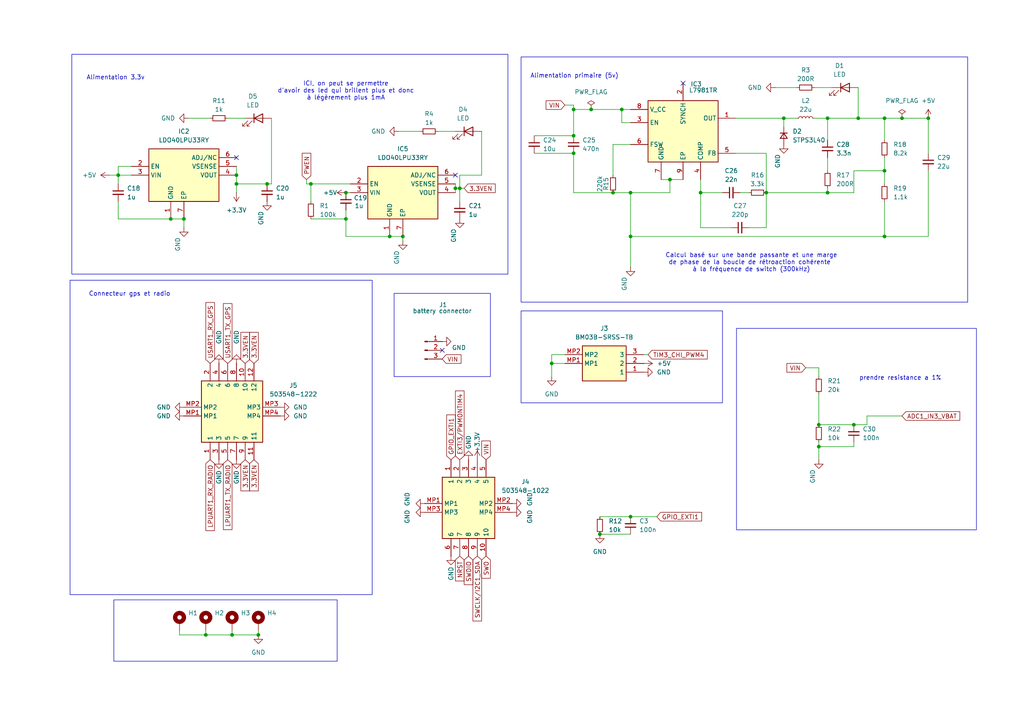
<source format=kicad_sch>
(kicad_sch (version 20231120) (generator "eeschema") (generator_version "8.0")
  (paper "A4")
  (lib_symbols
    (symbol "5035481022:503548-1022"
      (property "Reference" "J" (at 21.59 12.7 0))
      (property "Value" "503548-1022" (at 21.59 10.16 0))
      (symbol "503548-1022_1_1"
        (rectangle (start 5.08 7.62) (end 20.32 -10.16) (stroke (width 0.254)) (fill (type background)))
        (pin passive line (at 7.62 12.7 270) (length 5.08) (name "1") (number "1"))
        (pin passive line (at 17.78 -15.24 90) (length 5.08) (name "10") (number "10"))
        (pin passive line (at 10.16 12.7 270) (length 5.08) (name "2") (number "2"))
        (pin passive line (at 12.7 12.7 270) (length 5.08) (name "3") (number "3"))
        (pin passive line (at 15.24 12.7 270) (length 5.08) (name "4") (number "4"))
        (pin passive line (at 17.78 12.7 270) (length 5.08) (name "5") (number "5"))
        (pin passive line (at 7.62 -15.24 90) (length 5.08) (name "6") (number "6"))
        (pin passive line (at 10.16 -15.24 90) (length 5.08) (name "7") (number "7"))
        (pin passive line (at 12.7 -15.24 90) (length 5.08) (name "8") (number "8"))
        (pin passive line (at 15.24 -15.24 90) (length 5.08) (name "9") (number "9"))
        (pin passive line (at 0 0 0) (length 5.08) (name "MP1") (number "MP1"))
        (pin passive line (at 25.4 0 180) (length 5.08) (name "MP2") (number "MP2"))
        (pin passive line (at 0 -2.54 0) (length 5.08) (name "MP3") (number "MP3"))
        (pin passive line (at 25.4 -2.54 180) (length 5.08) (name "MP4") (number "MP4"))
      )
    )
    (symbol "5035481222:503548-1222"
      (property "Reference" "J" (at 24.13 12.7 0))
      (property "Value" "503548-1222" (at 24.13 10.16 0))
      (symbol "503548-1222_1_1"
        (rectangle (start 5.08 7.62) (end 22.86 -10.16) (stroke (width 0.254)) (fill (type background)))
        (pin passive line (at 7.62 -15.24 90) (length 5.08) (name "1") (number "1"))
        (pin passive line (at 17.78 12.7 270) (length 5.08) (name "10") (number "10"))
        (pin passive line (at 20.32 -15.24 90) (length 5.08) (name "11") (number "11"))
        (pin passive line (at 20.32 12.7 270) (length 5.08) (name "12") (number "12"))
        (pin passive line (at 7.62 12.7 270) (length 5.08) (name "2") (number "2"))
        (pin passive line (at 10.16 -15.24 90) (length 5.08) (name "3") (number "3"))
        (pin passive line (at 10.16 12.7 270) (length 5.08) (name "4") (number "4"))
        (pin passive line (at 12.7 -15.24 90) (length 5.08) (name "5") (number "5"))
        (pin passive line (at 12.7 12.7 270) (length 5.08) (name "6") (number "6"))
        (pin passive line (at 15.24 -15.24 90) (length 5.08) (name "7") (number "7"))
        (pin passive line (at 15.24 12.7 270) (length 5.08) (name "8") (number "8"))
        (pin passive line (at 17.78 -15.24 90) (length 5.08) (name "9") (number "9"))
        (pin passive line (at 0 -2.54 0) (length 5.08) (name "MP1") (number "MP1"))
        (pin passive line (at 0 0 0) (length 5.08) (name "MP2") (number "MP2"))
        (pin passive line (at 27.94 0 180) (length 5.08) (name "MP3") (number "MP3"))
        (pin passive line (at 27.94 -2.54 180) (length 5.08) (name "MP4") (number "MP4"))
      )
    )
    (symbol "Connector:Conn_01x03_Pin" (pin_names (offset 1.016) hide)
      (property "Reference" "J" (at 0 5.08 0))
      (property "Value" "Conn_01x03_Pin" (at 0 -5.08 0))
      (symbol "Conn_01x03_Pin_1_1"
        (polyline (pts (xy 1.27 -2.54) (xy 0.8636 -2.54)) (stroke (width 0.1524)))
        (polyline (pts (xy 1.27 0) (xy 0.8636 0)) (stroke (width 0.1524)))
        (polyline (pts (xy 1.27 2.54) (xy 0.8636 2.54)) (stroke (width 0.1524)))
        (rectangle (start 0.8636 -2.413) (end 0 -2.667) (stroke (width 0.1524)) (fill (type outline)))
        (rectangle (start 0.8636 0.127) (end 0 -0.127) (stroke (width 0.1524)) (fill (type outline)))
        (rectangle (start 0.8636 2.667) (end 0 2.413) (stroke (width 0.1524)) (fill (type outline)))
        (pin passive line (at 5.08 2.54 180) (length 3.81) (name "Pin_1") (number "1"))
        (pin passive line (at 5.08 0 180) (length 3.81) (name "Pin_2") (number "2"))
        (pin passive line (at 5.08 -2.54 180) (length 3.81) (name "Pin_3") (number "3"))
      )
    )
    (symbol "Device:C_Small" (pin_numbers hide) (pin_names (offset 0.254) hide)
      (property "Reference" "C" (at 0.254 1.778 0))
      (property "Value" "C_Small" (at 0.254 -2.032 0))
      (symbol "C_Small_0_1"
        (polyline (pts (xy -1.524 -0.508) (xy 1.524 -0.508)) (stroke (width 0.3302)))
        (polyline (pts (xy -1.524 0.508) (xy 1.524 0.508)) (stroke (width 0.3048)))
      )
      (symbol "C_Small_1_1"
        (pin passive line (at 0 2.54 270) (length 2.032) (name "~") (number "1"))
        (pin passive line (at 0 -2.54 90) (length 2.032) (name "~") (number "2"))
      )
    )
    (symbol "Device:D_Small" (pin_numbers hide) (pin_names (offset 0.254) hide)
      (property "Reference" "D" (at -1.27 2.032 0))
      (property "Value" "D_Small" (at -3.81 -2.032 0))
      (symbol "D_Small_0_1"
        (polyline (pts (xy -0.762 -1.016) (xy -0.762 1.016)) (stroke (width 0.254)))
        (polyline (pts (xy -0.762 0) (xy 0.762 0)))
        (polyline (pts (xy 0.762 -1.016) (xy -0.762 0) (xy 0.762 1.016) (xy 0.762 -1.016)) (stroke (width 0.254)))
      )
      (symbol "D_Small_1_1"
        (pin passive line (at -2.54 0 0) (length 1.778) (name "K") (number "1"))
        (pin passive line (at 2.54 0 180) (length 1.778) (name "A") (number "2"))
      )
    )
    (symbol "Device:LED" (pin_numbers hide) (pin_names (offset 1.016) hide)
      (property "Reference" "D" (at 0 2.54 0))
      (property "Value" "LED" (at 0 -2.54 0))
      (symbol "LED_0_1"
        (polyline (pts (xy -1.27 -1.27) (xy -1.27 1.27)) (stroke (width 0.254)))
        (polyline (pts (xy -1.27 0) (xy 1.27 0)))
        (polyline (pts (xy 1.27 -1.27) (xy 1.27 1.27) (xy -1.27 0) (xy 1.27 -1.27)) (stroke (width 0.254)))
        (polyline (pts (xy -3.048 -0.762) (xy -4.572 -2.286) (xy -3.81 -2.286) (xy -4.572 -2.286) (xy -4.572 -1.524)))
        (polyline (pts (xy -1.778 -0.762) (xy -3.302 -2.286) (xy -2.54 -2.286) (xy -3.302 -2.286) (xy -3.302 -1.524)))
      )
      (symbol "LED_1_1"
        (pin passive line (at -3.81 0 0) (length 2.54) (name "K") (number "1"))
        (pin passive line (at 3.81 0 180) (length 2.54) (name "A") (number "2"))
      )
    )
    (symbol "Device:L_Small" (pin_numbers hide) (pin_names (offset 0.254) hide)
      (property "Reference" "L" (at 0.762 1.016 0))
      (property "Value" "L_Small" (at 0.762 -1.016 0))
      (symbol "L_Small_0_1"
        (arc (start 0 -2.032) (mid 0.5058 -1.524) (end 0 -1.016))
        (arc (start 0 -1.016) (mid 0.5058 -0.508) (end 0 0))
        (arc (start 0 0) (mid 0.5058 0.508) (end 0 1.016))
        (arc (start 0 1.016) (mid 0.5058 1.524) (end 0 2.032))
      )
      (symbol "L_Small_1_1"
        (pin passive line (at 0 2.54 270) (length 0.508) (name "~") (number "1"))
        (pin passive line (at 0 -2.54 90) (length 0.508) (name "~") (number "2"))
      )
    )
    (symbol "Device:R_Small" (pin_numbers hide) (pin_names (offset 0.254) hide)
      (property "Reference" "R" (at 0.762 0.508 0))
      (property "Value" "R_Small" (at 0.762 -1.016 0))
      (symbol "R_Small_0_1"
        (rectangle (start -0.762 1.778) (end 0.762 -1.778) (stroke (width 0.2032)))
      )
      (symbol "R_Small_1_1"
        (pin passive line (at 0 2.54 270) (length 0.762) (name "~") (number "1"))
        (pin passive line (at 0 -2.54 90) (length 0.762) (name "~") (number "2"))
      )
    )
    (symbol "L7981TR_1"
      (property "Reference" "IC" (at 26.67 7.62 0))
      (property "Value" "L7981TR" (at 26.67 5.08 0))
      (symbol "L7981TR_1_1_1"
        (rectangle (start 5.08 2.54) (end 25.4 -15.24) (stroke (width 0.254)) (fill (type background)))
        (pin passive line (at 30.48 -2.54 180) (length 5.08) (name "OUT") (number "1"))
        (pin passive line (at 15.24 7.62 270) (length 5.08) (name "SYNCH") (number "2"))
        (pin passive line (at 0 -3.81 0) (length 5.08) (name "EN") (number "3"))
        (pin passive line (at 20.32 -20.32 90) (length 5.08) (name "COMP") (number "4"))
        (pin passive line (at 30.48 -12.7 180) (length 5.08) (name "FB") (number "5"))
        (pin passive line (at 0 -10.16 0) (length 5.08) (name "FSW") (number "6"))
        (pin passive line (at 8.89 -20.32 90) (length 5.08) (name "GND") (number "7"))
        (pin passive line (at 0 0 0) (length 5.08) (name "V_CC") (number "8"))
        (pin passive line (at 15.24 -20.32 90) (length 5.08) (name "EP") (number "9"))
      )
    )
    (symbol "LD040PURY:LDO40LPU33RY"
      (property "Reference" "IC5" (at 15.24 7.62 0))
      (property "Value" "LDO40LPU33RY" (at 15.24 5.08 0))
      (symbol "LDO40LPU33RY_1_1"
        (rectangle (start 5.08 2.54) (end 25.4 -12.7) (stroke (width 0.254)) (fill (type background)))
        (pin passive line (at 11.43 -17.78 90) (length 5.08) (name "GND") (number "1"))
        (pin passive line (at 0 -2.54 0) (length 5.08) (name "EN") (number "2"))
        (pin passive line (at 0 -5.08 0) (length 5.08) (name "VIN") (number "3"))
        (pin passive line (at 30.48 -5.08 180) (length 5.08) (name "VOUT") (number "4"))
        (pin passive line (at 30.48 -2.54 180) (length 5.08) (name "VSENSE") (number "5"))
        (pin passive line (at 30.48 0 180) (length 5.08) (name "ADJ/NC") (number "6"))
        (pin passive line (at 15.24 -17.78 90) (length 5.08) (name "EP") (number "7"))
      )
    )
    (symbol "LDO40LPU33RY_1"
      (property "Reference" "IC2" (at 15.24 7.62 0))
      (property "Value" "LDO40LPU33RY" (at 15.24 5.08 0))
      (symbol "LDO40LPU33RY_1_1_1"
        (rectangle (start 5.08 2.54) (end 25.4 -12.7) (stroke (width 0.254)) (fill (type background)))
        (pin passive line (at 11.43 -17.78 90) (length 5.08) (name "GND") (number "1"))
        (pin passive line (at 0 -2.54 0) (length 5.08) (name "EN") (number "2"))
        (pin passive line (at 0 -5.08 0) (length 5.08) (name "VIN") (number "3"))
        (pin passive line (at 30.48 -5.08 180) (length 5.08) (name "VOUT") (number "4"))
        (pin passive line (at 30.48 -2.54 180) (length 5.08) (name "VSENSE") (number "5"))
        (pin passive line (at 30.48 0 180) (length 5.08) (name "ADJ/NC") (number "6"))
        (pin passive line (at 15.24 -17.78 90) (length 5.08) (name "EP") (number "7"))
      )
    )
    (symbol "Mechanical:MountingHole_Pad" (pin_numbers hide) (pin_names (offset 1.016) hide) (exclude_from_sim yes) (in_bom no)
      (property "Reference" "H" (at 0 6.35 0))
      (property "Value" "MountingHole_Pad" (at 0 4.445 0))
      (symbol "MountingHole_Pad_0_1"
        (circle (center 0 1.27) (radius 1.27) (stroke (width 1.27)))
      )
      (symbol "MountingHole_Pad_1_1"
        (pin input line (at 0 -2.54 90) (length 2.54) (name "1") (number "1"))
      )
    )
    (symbol "power:+3.3V" (power) (pin_numbers hide) (pin_names (offset 0) hide)
      (property "Value" "+3.3V" (at 0 3.556 0))
      (symbol "+3.3V_0_1"
        (polyline (pts (xy -0.762 1.27) (xy 0 2.54)))
        (polyline (pts (xy 0 0) (xy 0 2.54)))
        (polyline (pts (xy 0 2.54) (xy 0.762 1.27)))
      )
      (symbol "+3.3V_1_1"
        (pin power_in line (at 0 0 90) (length 0) (name "~") (number "1"))
      )
    )
    (symbol "power:+5V" (power) (pin_numbers hide) (pin_names (offset 0) hide)
      (property "Value" "+5V" (at 0 3.556 0))
      (symbol "+5V_0_1"
        (polyline (pts (xy -0.762 1.27) (xy 0 2.54)))
        (polyline (pts (xy 0 0) (xy 0 2.54)))
        (polyline (pts (xy 0 2.54) (xy 0.762 1.27)))
      )
      (symbol "+5V_1_1"
        (pin power_in line (at 0 0 90) (length 0) (name "~") (number "1"))
      )
    )
    (symbol "power:GND" (power) (pin_numbers hide) (pin_names (offset 0) hide)
      (property "Value" "GND" (at 0 -3.81 0))
      (symbol "GND_0_1"
        (polyline (pts (xy 0 0) (xy 0 -1.27) (xy 1.27 -1.27) (xy 0 -2.54) (xy -1.27 -1.27) (xy 0 -1.27)))
      )
      (symbol "GND_1_1"
        (pin power_in line (at 0 0 270) (length 0) (name "~") (number "1"))
      )
    )
    (symbol "power:PWR_FLAG" (power) (pin_numbers hide) (pin_names (offset 0) hide)
      (property "Value" "PWR_FLAG" (at 0 3.81 0))
      (symbol "PWR_FLAG_0_0"
        (pin power_out line (at 0 0 90) (length 0) (name "~") (number "1"))
      )
      (symbol "PWR_FLAG_0_1"
        (polyline (pts (xy 0 0) (xy 0 1.27) (xy -1.016 1.905) (xy 0 2.54) (xy 1.016 1.905) (xy 0 1.27)))
      )
    )
    (symbol "sm03B:BM03B-SRSS-TB"
      (property "Reference" "J" (at 19.05 7.62 0))
      (property "Value" "BM03B-SRSS-TB" (at 19.05 5.08 0))
      (symbol "BM03B-SRSS-TB_1_1"
        (rectangle (start 5.08 2.54) (end 17.78 -7.62) (stroke (width 0.254)) (fill (type background)))
        (pin passive line (at 22.86 -5.08 180) (length 5.08) (name "1") (number "1"))
        (pin passive line (at 22.86 -2.54 180) (length 5.08) (name "2") (number "2"))
        (pin passive line (at 22.86 0 180) (length 5.08) (name "3") (number "3"))
        (pin passive line (at 0 -2.54 0) (length 5.08) (name "MP1") (number "MP1"))
        (pin passive line (at 0 0 0) (length 5.08) (name "MP2") (number "MP2"))
      )
    )
  )
  (junction (at 68.58 53.34))
  (junction (at 171.45 31.75))
  (junction (at 77.47 53.34))
  (junction (at 166.37 39.37))
  (junction (at 240.03 55.88))
  (junction (at 180.34 31.75))
  (junction (at 222.25 55.88))
  (junction (at 166.37 31.75))
  (junction (at 90.17 53.34))
  (junction (at 160.02 105.41))
  (junction (at 237.49 123.19))
  (junction (at 67.31 184.15))
  (junction (at 100.33 55.88))
  (junction (at 194.31 52.07))
  (junction (at 34.29 50.8))
  (junction (at 248.92 34.29))
  (junction (at 166.37 44.45))
  (junction (at 256.54 49.53))
  (junction (at 100.33 63.5))
  (junction (at 240.03 34.29))
  (junction (at 173.99 154.94))
  (junction (at 182.88 68.58))
  (junction (at 182.88 55.88))
  (junction (at 132.08 54.61))
  (junction (at 49.53 63.5))
  (junction (at 182.88 149.86))
  (junction (at 269.24 34.29))
  (junction (at 59.69 184.15))
  (junction (at 133.35 54.61))
  (junction (at 227.33 34.29))
  (junction (at 177.8 55.88))
  (junction (at 256.54 34.29))
  (junction (at 256.54 68.58))
  (junction (at 237.49 129.54))
  (junction (at 116.84 68.58))
  (junction (at 53.34 63.5))
  (junction (at 247.65 123.19))
  (junction (at 113.03 68.58))
  (junction (at 261.62 34.29))
  (junction (at 203.2 55.88))
  (junction (at 74.93 184.15))
  (junction (at 68.58 50.8))
  (no_connect (at 68.58 45.72))
  (no_connect (at 128.27 101.6))
  (no_connect (at 132.08 50.8))
  (no_connect (at 198.12 24.13))
  (wire (pts (xy 247.65 55.88) (xy 247.65 49.53)))
  (wire (pts (xy 133.35 54.61) (xy 134.62 54.61)))
  (wire (pts (xy 173.99 149.86) (xy 182.88 149.86)))
  (wire (pts (xy 237.49 106.68) (xy 233.68 106.68)))
  (wire (pts (xy 177.8 41.91) (xy 177.8 50.8)))
  (wire (pts (xy 251.46 120.65) (xy 251.46 123.19)))
  (wire (pts (xy 247.65 49.53) (xy 256.54 49.53)))
  (wire (pts (xy 240.03 34.29) (xy 240.03 40.64)))
  (wire (pts (xy 236.22 25.4) (xy 241.3 25.4)))
  (wire (pts (xy 160.02 105.41) (xy 163.83 105.41)))
  (wire (pts (xy 132.08 54.61) (xy 133.35 54.61)))
  (wire (pts (xy 191.77 52.07) (xy 194.31 52.07)))
  (wire (pts (xy 237.49 128.27) (xy 237.49 129.54)))
  (wire (pts (xy 34.29 50.8) (xy 38.1 50.8)))
  (wire (pts (xy 182.88 35.56) (xy 180.34 35.56)))
  (wire (pts (xy 166.37 30.48) (xy 163.83 30.48)))
  (wire (pts (xy 31.75 50.8) (xy 34.29 50.8)))
  (wire (pts (xy 237.49 109.22) (xy 237.49 106.68)))
  (wire (pts (xy 222.25 44.45) (xy 222.25 55.88)))
  (wire (pts (xy 52.07 184.15) (xy 52.07 182.88)))
  (wire (pts (xy 248.92 34.29) (xy 240.03 34.29)))
  (wire (pts (xy 182.88 41.91) (xy 177.8 41.91)))
  (wire (pts (xy 133.35 54.61) (xy 133.35 58.42)))
  (wire (pts (xy 67.31 184.15) (xy 74.93 184.15)))
  (wire (pts (xy 261.62 34.29) (xy 256.54 34.29)))
  (wire (pts (xy 180.34 31.75) (xy 171.45 31.75)))
  (wire (pts (xy 222.25 55.88) (xy 240.03 55.88)))
  (wire (pts (xy 182.88 77.47) (xy 182.88 68.58)))
  (wire (pts (xy 139.7 38.1) (xy 139.7 50.8)))
  (wire (pts (xy 54.61 34.29) (xy 60.96 34.29)))
  (wire (pts (xy 100.33 60.96) (xy 100.33 63.5)))
  (wire (pts (xy 194.31 52.07) (xy 198.12 52.07)))
  (wire (pts (xy 194.31 55.88) (xy 194.31 52.07)))
  (wire (pts (xy 163.83 102.87) (xy 160.02 102.87)))
  (wire (pts (xy 203.2 55.88) (xy 209.55 55.88)))
  (wire (pts (xy 59.69 184.15) (xy 59.69 182.88)))
  (wire (pts (xy 139.7 50.8) (xy 133.35 50.8)))
  (wire (pts (xy 269.24 34.29) (xy 261.62 34.29)))
  (wire (pts (xy 160.02 102.87) (xy 160.02 105.41)))
  (wire (pts (xy 68.58 48.26) (xy 68.58 50.8)))
  (wire (pts (xy 213.36 44.45) (xy 222.25 44.45)))
  (wire (pts (xy 53.34 66.04) (xy 53.34 63.5)))
  (wire (pts (xy 154.94 39.37) (xy 166.37 39.37)))
  (wire (pts (xy 237.49 129.54) (xy 237.49 133.35)))
  (wire (pts (xy 256.54 58.42) (xy 256.54 68.58)))
  (wire (pts (xy 203.2 66.04) (xy 203.2 55.88)))
  (wire (pts (xy 182.88 68.58) (xy 182.88 55.88)))
  (wire (pts (xy 256.54 68.58) (xy 269.24 68.58)))
  (wire (pts (xy 173.99 154.94) (xy 182.88 154.94)))
  (wire (pts (xy 227.33 34.29) (xy 227.33 36.83)))
  (wire (pts (xy 100.33 68.58) (xy 113.03 68.58)))
  (wire (pts (xy 68.58 53.34) (xy 68.58 55.88)))
  (wire (pts (xy 34.29 58.42) (xy 34.29 63.5)))
  (wire (pts (xy 133.35 50.8) (xy 133.35 54.61)))
  (wire (pts (xy 240.03 55.88) (xy 240.03 54.61)))
  (wire (pts (xy 100.33 55.88) (xy 101.6 55.88)))
  (wire (pts (xy 166.37 31.75) (xy 166.37 39.37)))
  (wire (pts (xy 247.65 128.27) (xy 247.65 129.54)))
  (wire (pts (xy 237.49 114.3) (xy 237.49 123.19)))
  (wire (pts (xy 113.03 68.58) (xy 116.84 68.58)))
  (wire (pts (xy 74.93 182.88) (xy 74.93 184.15)))
  (wire (pts (xy 116.84 69.85) (xy 116.84 68.58)))
  (wire (pts (xy 212.09 66.04) (xy 203.2 66.04)))
  (wire (pts (xy 171.45 31.75) (xy 166.37 31.75)))
  (wire (pts (xy 59.69 184.15) (xy 67.31 184.15)))
  (wire (pts (xy 256.54 68.58) (xy 182.88 68.58)))
  (wire (pts (xy 67.31 182.88) (xy 67.31 184.15)))
  (wire (pts (xy 182.88 55.88) (xy 194.31 55.88)))
  (wire (pts (xy 166.37 30.48) (xy 166.37 31.75)))
  (wire (pts (xy 240.03 55.88) (xy 247.65 55.88)))
  (wire (pts (xy 68.58 50.8) (xy 68.58 53.34)))
  (wire (pts (xy 90.17 53.34) (xy 101.6 53.34)))
  (wire (pts (xy 132.08 53.34) (xy 132.08 54.61)))
  (wire (pts (xy 203.2 55.88) (xy 203.2 52.07)))
  (wire (pts (xy 49.53 63.5) (xy 53.34 63.5)))
  (wire (pts (xy 182.88 31.75) (xy 180.34 31.75)))
  (wire (pts (xy 52.07 184.15) (xy 59.69 184.15)))
  (wire (pts (xy 88.9 52.07) (xy 88.9 53.34)))
  (wire (pts (xy 90.17 53.34) (xy 90.17 58.42)))
  (wire (pts (xy 115.57 38.1) (xy 121.92 38.1)))
  (wire (pts (xy 127 38.1) (xy 132.08 38.1)))
  (wire (pts (xy 78.74 34.29) (xy 78.74 53.34)))
  (wire (pts (xy 34.29 63.5) (xy 49.53 63.5)))
  (wire (pts (xy 182.88 149.86) (xy 190.5 149.86)))
  (wire (pts (xy 256.54 49.53) (xy 256.54 53.34)))
  (wire (pts (xy 256.54 45.72) (xy 256.54 49.53)))
  (wire (pts (xy 160.02 105.41) (xy 160.02 109.22)))
  (wire (pts (xy 269.24 68.58) (xy 269.24 49.53)))
  (wire (pts (xy 240.03 45.72) (xy 240.03 49.53)))
  (wire (pts (xy 247.65 129.54) (xy 237.49 129.54)))
  (wire (pts (xy 261.62 120.65) (xy 251.46 120.65)))
  (wire (pts (xy 88.9 53.34) (xy 90.17 53.34)))
  (wire (pts (xy 68.58 53.34) (xy 77.47 53.34)))
  (wire (pts (xy 237.49 123.19) (xy 247.65 123.19)))
  (wire (pts (xy 227.33 34.29) (xy 231.14 34.29)))
  (wire (pts (xy 34.29 50.8) (xy 34.29 53.34)))
  (wire (pts (xy 132.08 54.61) (xy 132.08 55.88)))
  (wire (pts (xy 34.29 48.26) (xy 34.29 50.8)))
  (wire (pts (xy 251.46 123.19) (xy 247.65 123.19)))
  (wire (pts (xy 180.34 35.56) (xy 180.34 31.75)))
  (wire (pts (xy 187.96 102.87) (xy 186.69 102.87)))
  (wire (pts (xy 154.94 44.45) (xy 166.37 44.45)))
  (wire (pts (xy 166.37 55.88) (xy 177.8 55.88)))
  (wire (pts (xy 213.36 34.29) (xy 227.33 34.29)))
  (wire (pts (xy 100.33 63.5) (xy 100.33 68.58)))
  (wire (pts (xy 166.37 44.45) (xy 166.37 55.88)))
  (wire (pts (xy 214.63 55.88) (xy 217.17 55.88)))
  (wire (pts (xy 78.74 53.34) (xy 77.47 53.34)))
  (wire (pts (xy 236.22 34.29) (xy 240.03 34.29)))
  (wire (pts (xy 248.92 25.4) (xy 248.92 34.29)))
  (wire (pts (xy 38.1 48.26) (xy 34.29 48.26)))
  (wire (pts (xy 256.54 34.29) (xy 248.92 34.29)))
  (wire (pts (xy 66.04 34.29) (xy 71.12 34.29)))
  (wire (pts (xy 177.8 55.88) (xy 182.88 55.88)))
  (wire (pts (xy 90.17 63.5) (xy 100.33 63.5)))
  (wire (pts (xy 222.25 66.04) (xy 217.17 66.04)))
  (wire (pts (xy 224.79 25.4) (xy 231.14 25.4)))
  (wire (pts (xy 269.24 44.45) (xy 269.24 34.29)))
  (wire (pts (xy 222.25 55.88) (xy 222.25 66.04)))
  (wire (pts (xy 256.54 40.64) (xy 256.54 34.29)))
  (rectangle (start 114.3 85.09) (end 142.24 109.22))
  (rectangle (start 151.13 90.17) (end 209.55 116.84))
  (rectangle (start 151.13 16.51) (end 280.67 87.63))
  (rectangle (start 33.02 173.99) (end 97.79 191.77))
  (rectangle (start 20.828 15.748) (end 147.32 79.502))
  (rectangle (start 213.614 95.25) (end 283.21 153.67))
  (rectangle (start 20.32 81.28) (end 107.95 172.466))
  (text "Alimentation primaire (5v)" (at 166.624 22.098 0) (effects (font (size 1.27 1.27))))
  (text "Alimentation 3.3v" (at 33.528 22.606 0) (effects (font (size 1.27 1.27))))
  (text "prendre resistance a 1%\n" (at 261.112 109.728 0) (effects (font (size 1.27 1.27))))
  (text "Connecteur gps et radio" (at 37.592 85.344 0) (effects (font (size 1.27 1.27))))
  (text "ICI, on peut se permettre\nd'avoir des led qui brillent plus et donc\nà légèrement plus 1mA" (at 100.33 26.416 0) (effects (font (size 1.27 1.27))))
  (text "Calcul basé sur une bande passante et une marge\nde phase de la boucle de rétroaction cohérente \nà la fréquence de switch (300kHz)" (at 217.932 76.2 0) (effects (font (size 1.27 1.27))))
  (global_label "VIN" (shape input) (at 140.97 133.35 90) (property "Intersheetrefs" "${INTERSHEET_REFS}" (effects (hide yes))))
  (global_label "SWDIO" (shape input) (at 135.89 161.29 270) (property "Intersheetrefs" "${INTERSHEET_REFS}" (effects (hide yes))))
  (global_label "SWO" (shape input) (at 140.97 161.29 270) (property "Intersheetrefs" "${INTERSHEET_REFS}" (effects (hide yes))))
  (global_label "3.3VEN" (shape input) (at 71.12 133.35 270) (property "Intersheetrefs" "${INTERSHEET_REFS}" (effects (hide yes))))
  (global_label "LPUART1_RX_RADIO" (shape input) (at 60.96 133.35 270) (property "Intersheetrefs" "${INTERSHEET_REFS}" (effects (hide yes))))
  (global_label "3.3VEN" (shape input) (at 71.12 105.41 90) (property "Intersheetrefs" "${INTERSHEET_REFS}" (effects (hide yes))))
  (global_label "GPIO_EXTI1" (shape input) (at 190.5 149.86 0) (property "Intersheetrefs" "${INTERSHEET_REFS}" (effects (hide yes))))
  (global_label "VIN" (shape input) (at 233.68 106.68 180) (property "Intersheetrefs" "${INTERSHEET_REFS}" (effects (hide yes))))
  (global_label "3.3VEN" (shape input) (at 73.66 133.35 270) (property "Intersheetrefs" "${INTERSHEET_REFS}" (effects (hide yes))))
  (global_label "USART1_TX_GPS" (shape input) (at 66.04 105.41 90) (property "Intersheetrefs" "${INTERSHEET_REFS}" (effects (hide yes))))
  (global_label "3.3VEN" (shape input) (at 134.62 54.61 0) (property "Intersheetrefs" "${INTERSHEET_REFS}" (effects (hide yes))))
  (global_label "3.3VEN" (shape input) (at 73.66 105.41 90) (property "Intersheetrefs" "${INTERSHEET_REFS}" (effects (hide yes))))
  (global_label "TIM3_CHI_PWM4" (shape input) (at 187.96 102.87 0) (property "Intersheetrefs" "${INTERSHEET_REFS}" (effects (hide yes))))
  (global_label "USART1_RX_GPS" (shape input) (at 60.96 105.41 90) (property "Intersheetrefs" "${INTERSHEET_REFS}" (effects (hide yes))))
  (global_label "ADC1_IN3_VBAT" (shape input) (at 261.62 120.65 0) (property "Intersheetrefs" "${INTERSHEET_REFS}" (effects (hide yes))))
  (global_label "VIN" (shape input) (at 163.83 30.48 180) (property "Intersheetrefs" "${INTERSHEET_REFS}" (effects (hide yes))))
  (global_label "EXTI3{slash}PWMONTIM4" (shape input) (at 133.35 133.35 90) (property "Intersheetrefs" "${INTERSHEET_REFS}" (effects (hide yes))))
  (global_label "GPIO_EXTI1" (shape input) (at 130.81 133.35 90) (property "Intersheetrefs" "${INTERSHEET_REFS}" (effects (hide yes))))
  (global_label "PWEN" (shape input) (at 88.9 52.07 90) (property "Intersheetrefs" "${INTERSHEET_REFS}" (effects (hide yes))))
  (global_label "VIN" (shape input) (at 128.27 104.14 0) (property "Intersheetrefs" "${INTERSHEET_REFS}" (effects (hide yes))))
  (global_label "NRST" (shape input) (at 133.35 161.29 270) (property "Intersheetrefs" "${INTERSHEET_REFS}" (effects (hide yes))))
  (global_label "LPUART1_TX_RADIO" (shape input) (at 66.04 133.35 270) (property "Intersheetrefs" "${INTERSHEET_REFS}" (effects (hide yes))))
  (global_label "SWCLK{slash}I2C1_SDA" (shape input) (at 138.43 161.29 270) (property "Intersheetrefs" "${INTERSHEET_REFS}" (effects (hide yes))))
  (symbol (lib_id "Device:D_Small") (at 227.33 39.37 270) (unit 1)
    (property "Reference" "D2" (at 229.87 38.0999 90) (effects (justify left)))
    (property "Value" "STPS3L40" (at 229.87 40.6399 90) (effects (justify left)))
    (property "Footprint" "Diode_SMD:D_SMB_Handsoldering" (effects (hide yes)))
    (property "Description" "Diode, small symbol" (effects (hide yes)))
    (property "Sim.Device" "D" (effects (hide yes)))
    (property "Sim.Pins" "1=K 2=A" (effects (hide yes)))
  )
  (symbol (lib_id "power:GND") (at 224.79 25.4 270) (unit 1)
    (property "Reference" "#PWR04" (effects (hide yes)))
    (property "Value" "GND" (at 220.98 25.3999 90) (effects (justify right)))
    (property "Description" "Power symbol creates a global label with name \"GND\" , ground" (effects (hide yes)))
  )
  (symbol (lib_id "power:GND") (at 186.69 107.95 90) (unit 1)
    (property "Reference" "#PWR048" (effects (hide yes)))
    (property "Value" "GND" (at 190.5 107.95 90) (effects (justify right)))
    (property "Description" "Power symbol creates a global label with name \"GND\" , ground" (effects (hide yes)))
  )
  (symbol (lib_id "power:GND") (at 237.49 133.35 0) (unit 1)
    (property "Reference" "#PWR039" (effects (hide yes)))
    (property "Value" "GND" (at 235.712 136.144 90) (effects (justify right)))
    (property "Description" "Power symbol creates a global label with name \"GND\" , ground" (effects (hide yes)))
  )
  (symbol (lib_id "Device:C_Small") (at 133.35 60.96 0) (unit 1)
    (property "Reference" "C21" (at 135.89 59.6962 0) (effects (justify left)))
    (property "Value" "1u" (at 135.89 62.2362 0) (effects (justify left)))
    (property "Footprint" "Capacitor_SMD:C_0402_1005Metric_Pad0.74x0.62mm_HandSolder" (effects (hide yes)))
    (property "Description" "Unpolarized capacitor, small symbol" (effects (hide yes)))
  )
  (symbol (lib_id "Device:R_Small") (at 240.03 52.07 0) (unit 1)
    (property "Reference" "R17" (at 242.57 50.7999 0) (effects (justify left)))
    (property "Value" "200R" (at 242.57 53.3399 0) (effects (justify left)))
    (property "Footprint" "Resistor_SMD:R_0402_1005Metric_Pad0.72x0.64mm_HandSolder" (effects (hide yes)))
    (property "Description" "Resistor, small symbol" (effects (hide yes)))
  )
  (symbol (lib_id "power:+5V") (at 269.24 34.29 0) (unit 1)
    (property "Reference" "#PWR029" (effects (hide yes)))
    (property "Value" "+5V" (at 269.24 29.21 0))
    (property "Description" "Power symbol creates a global label with name \"+5V\"" (effects (hide yes)))
  )
  (symbol (lib_id "Device:LED") (at 135.89 38.1 0) (unit 1)
    (property "Reference" "D4" (at 134.3025 31.75 0))
    (property "Value" "LED" (at 134.3025 34.29 0))
    (property "Footprint" "LED_SMD:LED_0603_1608Metric_Pad1.05x0.95mm_HandSolder" (effects (hide yes)))
    (property "Description" "Light emitting diode" (effects (hide yes)))
  )
  (symbol (lib_id "power:GND") (at 53.34 66.04 0) (unit 1)
    (property "Reference" "#PWR045" (effects (hide yes)))
    (property "Value" "GND" (at 51.562 68.834 90) (effects (justify right)))
    (property "Description" "Power symbol creates a global label with name \"GND\" , ground" (effects (hide yes)))
  )
  (symbol (lib_id "Device:LED") (at 245.11 25.4 0) (unit 1)
    (property "Reference" "D1" (at 243.5225 19.05 0))
    (property "Value" "LED" (at 243.5225 21.59 0))
    (property "Footprint" "LED_SMD:LED_0603_1608Metric_Pad1.05x0.95mm_HandSolder" (effects (hide yes)))
    (property "Description" "Light emitting diode" (effects (hide yes)))
  )
  (symbol (lib_id "power:GND") (at 182.88 77.47 0) (unit 1)
    (property "Reference" "#PWR025" (effects (hide yes)))
    (property "Value" "GND" (at 181.102 80.264 90) (effects (justify right)))
    (property "Description" "Power symbol creates a global label with name \"GND\" , ground" (effects (hide yes)))
  )
  (symbol (lib_id "power:GND") (at 173.99 154.94 0) (unit 1)
    (property "Reference" "#PWR055" (effects (hide yes)))
    (property "Value" "GND" (at 173.99 160.02 0))
    (property "Description" "Power symbol creates a global label with name \"GND\" , ground" (effects (hide yes)))
  )
  (symbol (lib_id "Device:R_Small") (at 256.54 43.18 0) (unit 1)
    (property "Reference" "R18" (at 259.08 41.9099 0) (effects (justify left)))
    (property "Value" "8.2k" (at 259.08 44.4499 0) (effects (justify left)))
    (property "Footprint" "Resistor_SMD:R_0402_1005Metric_Pad0.72x0.64mm_HandSolder" (effects (hide yes)))
    (property "Description" "Resistor, small symbol" (effects (hide yes)))
  )
  (symbol (lib_id "Device:R_Small") (at 124.46 38.1 90) (unit 1)
    (property "Reference" "R4" (at 124.46 33.02 90))
    (property "Value" "1k" (at 124.46 35.56 90))
    (property "Footprint" "Resistor_SMD:R_0402_1005Metric_Pad0.72x0.64mm_HandSolder" (effects (hide yes)))
    (property "Description" "Resistor, small symbol" (effects (hide yes)))
  )
  (symbol (lib_id "power:GND") (at 68.58 105.41 180) (unit 1)
    (property "Reference" "#PWR058" (effects (hide yes)))
    (property "Value" "GND" (at 68.58 97.79 90))
    (property "Description" "Power symbol creates a global label with name \"GND\" , ground" (effects (hide yes)))
  )
  (symbol (lib_id "power:GND") (at 128.27 99.06 90) (unit 1)
    (property "Reference" "#PWR031" (effects (hide yes)))
    (property "Value" "GND" (at 131.064 100.838 90) (effects (justify right)))
    (property "Description" "Power symbol creates a global label with name \"GND\" , ground" (effects (hide yes)))
  )
  (symbol (lib_id "power:PWR_FLAG") (at 261.62 34.29 0) (unit 1)
    (property "Reference" "#FLG05" (effects (hide yes)))
    (property "Value" "PWR_FLAG" (at 261.62 29.21 0))
    (property "Description" "Special symbol for telling ERC where power comes from" (effects (hide yes)))
  )
  (symbol (lib_id "Device:R_Small") (at 90.17 60.96 0) (unit 1)
    (property "Reference" "R1" (at 92.71 59.6899 0) (effects (justify left)))
    (property "Value" "100k" (at 92.71 62.2299 0) (effects (justify left)))
    (property "Footprint" "Resistor_SMD:R_0402_1005Metric_Pad0.72x0.64mm_HandSolder" (effects (hide yes)))
    (property "Description" "Resistor, small symbol" (effects (hide yes)))
  )
  (symbol (lib_name "L7981TR_1") (lib_id "L7981TR:L7981TR") (at 182.88 31.75 0) (unit 1)
    (property "Reference" "IC3" (at 201.93 24.384 0))
    (property "Value" "L7981TR" (at 203.962 26.162 0))
    (property "Footprint" "L7981:SON50P300X300X100-9N-D" (effects (hide yes)))
    (property "Datasheet" "https://www.st.com/resource/en/datasheet/l7981.pdf" (effects (hide yes)))
    (property "Description" "Conv DC-DC 4.5V to 28V Synchronous Step Down Single-Out 0.6V to 28V 3A 8-Pin VFQFPN T/R" (effects (hide yes)))
    (property "Height" "1" (effects (hide yes)))
    (property "Manufacturer_Name" "STMicroelectronics" (effects (hide yes)))
    (property "Manufacturer_Part_Number" "L7981TR" (effects (hide yes)))
    (property "Mouser Part Number" "511-L7981TR" (effects (hide yes)))
    (property "Mouser Price/Stock" "https://www.mouser.co.uk/ProductDetail/STMicroelectronics/L7981TR?qs=G5few1MRhWqTaPtAUnDRAw%3D%3D" (effects (hide yes)))
    (property "Arrow Part Number" "L7981TR" (effects (hide yes)))
    (property "Arrow Price/Stock" "https://www.arrow.com/en/products/l7981tr/stmicroelectronics" (effects (hide yes)))
  )
  (symbol (lib_id "Connector:Conn_01x03_Pin") (at 123.19 101.6 0) (unit 1)
    (property "Reference" "J1" (at 128.524 88.392 0))
    (property "Value" "battery connector" (at 128.27 90.17 0))
    (property "Footprint" "Connector_JST:JST_XH_B3B-XH-AM_1x03_P2.50mm_Vertical" (effects (hide yes)))
    (property "Description" "Generic connector, single row, 01x03, script generated" (effects (hide yes)))
  )
  (symbol (lib_id "power:GND") (at 148.59 146.05 90) (unit 1)
    (property "Reference" "#PWR051" (effects (hide yes)))
    (property "Value" "GND" (at 153.67 144.78 0))
    (property "Description" "Power symbol creates a global label with name \"GND\" , ground" (effects (hide yes)))
  )
  (symbol (lib_id "power:GND") (at 81.28 118.11 90) (unit 1)
    (property "Reference" "#PWR036" (effects (hide yes)))
    (property "Value" "GND" (at 85.09 118.1099 90) (effects (justify right)))
    (property "Description" "Power symbol creates a global label with name \"GND\" , ground" (effects (hide yes)))
  )
  (symbol (lib_id "Device:C_Small") (at 77.47 55.88 0) (unit 1)
    (property "Reference" "C20" (at 80.01 54.6162 0) (effects (justify left)))
    (property "Value" "1u" (at 80.01 57.1562 0) (effects (justify left)))
    (property "Footprint" "Capacitor_SMD:C_0402_1005Metric_Pad0.74x0.62mm_HandSolder" (effects (hide yes)))
    (property "Description" "Unpolarized capacitor, small symbol" (effects (hide yes)))
  )
  (symbol (lib_id "Device:C_Small") (at 212.09 55.88 90) (unit 1)
    (property "Reference" "C26" (at 212.0963 49.53 90))
    (property "Value" "22n" (at 212.0963 52.07 90))
    (property "Footprint" "Capacitor_SMD:C_0402_1005Metric_Pad0.74x0.62mm_HandSolder" (effects (hide yes)))
    (property "Description" "Unpolarized capacitor, small symbol" (effects (hide yes)))
  )
  (symbol (lib_id "power:GND") (at 130.81 161.29 0) (unit 1)
    (property "Reference" "#PWR062" (effects (hide yes)))
    (property "Value" "GND" (at 130.81 166.37 90))
    (property "Description" "Power symbol creates a global label with name \"GND\" , ground" (effects (hide yes)))
  )
  (symbol (lib_id "sm03B:BM03B-SRSS-TB") (at 163.83 102.87 0) (unit 1)
    (property "Reference" "J3" (at 175.26 95.25 0))
    (property "Value" "BM03B-SRSS-TB" (at 175.26 97.79 0))
    (property "Footprint" "Connector_JST:JST_SH_BM03B-SRSS-TB_1x03-1MP_P1.00mm_Vertical" (effects (hide yes)))
    (property "Datasheet" "https://datasheet.datasheetarchive.com/originals/dk/DKDS-2/32971.pdf" (effects (hide yes)))
    (property "Description" "CONN HEADER SMD 3POS 1MM" (effects (hide yes)))
    (property "Height" "4.25" (effects (hide yes)))
    (property "Manufacturer_Name" "JST (JAPAN SOLDERLESS TERMINALS)" (effects (hide yes)))
    (property "Manufacturer_Part_Number" "BM03B-SRSS-TB" (effects (hide yes)))
    (property "Mouser Part Number" "N/A" (effects (hide yes)))
    (property "Mouser Price/Stock" "https://www.mouser.co.uk/ProductDetail/JST/BM03B-SRSS-TB?qs=cIziFXvMxOVukqkiHi0bdg%3D%3D" (effects (hide yes)))
  )
  (symbol (lib_id "power:GND") (at 53.34 120.65 270) (unit 1)
    (property "Reference" "#PWR034" (effects (hide yes)))
    (property "Value" "GND" (at 49.53 120.6499 90) (effects (justify right)))
    (property "Description" "Power symbol creates a global label with name \"GND\" , ground" (effects (hide yes)))
  )
  (symbol (lib_id "Device:R_Small") (at 173.99 152.4 180) (unit 1)
    (property "Reference" "R12" (at 176.53 151.1299 0) (effects (justify right)))
    (property "Value" "10k" (at 176.53 153.6699 0) (effects (justify right)))
    (property "Footprint" "Resistor_SMD:R_0402_1005Metric_Pad0.72x0.64mm_HandSolder" (effects (hide yes)))
    (property "Description" "Resistor, small symbol" (effects (hide yes)))
  )
  (symbol (lib_id "Device:C_Small") (at 166.37 41.91 0) (unit 1)
    (property "Reference" "C25" (at 168.91 40.6462 0) (effects (justify left)))
    (property "Value" "470n" (at 168.91 43.1862 0) (effects (justify left)))
    (property "Footprint" "Capacitor_SMD:C_0402_1005Metric_Pad0.74x0.62mm_HandSolder" (effects (hide yes)))
    (property "Description" "Unpolarized capacitor, small symbol" (effects (hide yes)))
  )
  (symbol (lib_id "power:GND") (at 74.93 184.15 0) (unit 1)
    (property "Reference" "#PWR061" (effects (hide yes)))
    (property "Value" "GND" (at 74.93 189.23 0))
    (property "Description" "Power symbol creates a global label with name \"GND\" , ground" (effects (hide yes)))
  )
  (symbol (lib_id "Mechanical:MountingHole_Pad") (at 67.31 180.34 0) (unit 1) (exclude_from_sim yes) (in_bom no)
    (property "Reference" "H3" (at 69.85 177.7999 0) (effects (justify left)))
    (property "Value" "MountingHole_Pad" (effects (hide yes)))
    (property "Footprint" "customhole:mountinghole1.2mm" (effects (hide yes)))
    (property "Description" "Mounting Hole with connection" (effects (hide yes)))
  )
  (symbol (lib_id "Device:L_Small") (at 233.68 34.29 90) (unit 1)
    (property "Reference" "L2" (at 233.68 29.21 90))
    (property "Value" "22u" (at 233.68 31.75 90))
    (property "Footprint" "inductancewurth:INDPM7373X340N" (effects (hide yes)))
    (property "Description" "Inductor, small symbol" (effects (hide yes)))
  )
  (symbol (lib_id "Device:R_Small") (at 219.71 55.88 90) (unit 1)
    (property "Reference" "R16" (at 219.71 50.8 90))
    (property "Value" "3.3k" (at 219.71 53.34 90))
    (property "Footprint" "Resistor_SMD:R_0402_1005Metric_Pad0.72x0.64mm_HandSolder" (effects (hide yes)))
    (property "Description" "Resistor, small symbol" (effects (hide yes)))
  )
  (symbol (lib_id "power:GND") (at 227.33 41.91 0) (unit 1)
    (property "Reference" "#PWR028" (effects (hide yes)))
    (property "Value" "GND" (at 225.552 44.704 90) (effects (justify right)))
    (property "Description" "Power symbol creates a global label with name \"GND\" , ground" (effects (hide yes)))
  )
  (symbol (lib_id "Device:C_Small") (at 269.24 46.99 0) (unit 1)
    (property "Reference" "C29" (at 271.78 45.7262 0) (effects (justify left)))
    (property "Value" "22u" (at 271.78 48.2662 0) (effects (justify left)))
    (property "Footprint" "Capacitor_SMD:C_1210_3225Metric_Pad1.33x2.70mm_HandSolder" (effects (hide yes)))
    (property "Description" "Unpolarized capacitor, small symbol" (effects (hide yes)))
  )
  (symbol (lib_id "LD040PURY:LDO40LPU33RY") (at 101.6 50.8 0) (unit 1)
    (property "Reference" "IC5" (at 116.84 43.18 0))
    (property "Value" "LDO40LPU33RY" (at 116.84 45.72 0))
    (property "Footprint" "LDO40PURY:SON95P300X300X90-7N-D" (effects (hide yes)))
    (property "Datasheet" "https://www.st.com/resource/en/datasheet/ldo40l.pdf" (effects (hide yes)))
    (property "Description" "LDO Voltage Regulators POWER MANAGEMENT" (effects (hide yes)))
    (property "Height" "0.9" (effects (hide yes)))
    (property "Manufacturer_Name" "STMicroelectronics" (effects (hide yes)))
    (property "Manufacturer_Part_Number" "LDO40LPU33RY" (effects (hide yes)))
    (property "Mouser Part Number" "511-LDO40LPU33RY" (effects (hide yes)))
    (property "Mouser Price/Stock" "https://www.mouser.co.uk/ProductDetail/STMicroelectronics/LDO40LPU33RY?qs=qSfuJ%252Bfl%2Fd5qazWclm%2Ffpg%3D%3D" (effects (hide yes)))
    (property "Arrow Part Number" "LDO40LPU33RY" (effects (hide yes)))
    (property "Arrow Price/Stock" "https://www.arrow.com/en/products/ldo40lpu33ry/stmicroelectronics?utm_currency=USD&region=europe" (effects (hide yes)))
  )
  (symbol (lib_id "power:GND") (at 160.02 109.22 0) (unit 1)
    (property "Reference" "#PWR049" (effects (hide yes)))
    (property "Value" "GND" (at 160.02 114.3 0))
    (property "Description" "Power symbol creates a global label with name \"GND\" , ground" (effects (hide yes)))
  )
  (symbol (lib_id "Device:C_Small") (at 34.29 55.88 0) (unit 1)
    (property "Reference" "C18" (at 36.83 54.6162 0) (effects (justify left)))
    (property "Value" "1u" (at 36.83 57.1562 0) (effects (justify left)))
    (property "Footprint" "Capacitor_SMD:C_0402_1005Metric_Pad0.74x0.62mm_HandSolder" (effects (hide yes)))
    (property "Description" "Unpolarized capacitor, small symbol" (effects (hide yes)))
  )
  (symbol (lib_id "Device:C_Small") (at 214.63 66.04 90) (unit 1)
    (property "Reference" "C27" (at 214.6363 59.69 90))
    (property "Value" "220p" (at 214.6363 62.23 90))
    (property "Footprint" "Capacitor_SMD:C_0402_1005Metric_Pad0.74x0.62mm_HandSolder" (effects (hide yes)))
    (property "Description" "Unpolarized capacitor, small symbol" (effects (hide yes)))
  )
  (symbol (lib_id "power:PWR_FLAG") (at 171.45 31.75 0) (unit 1)
    (property "Reference" "#FLG04" (effects (hide yes)))
    (property "Value" "PWR_FLAG" (at 171.45 26.67 0))
    (property "Description" "Special symbol for telling ERC where power comes from" (effects (hide yes)))
  )
  (symbol (lib_id "power:+3.3V") (at 138.43 133.35 0) (unit 1)
    (property "Reference" "#PWR056" (effects (hide yes)))
    (property "Value" "+3.3V" (at 138.43 128.27 90))
    (property "Description" "Power symbol creates a global label with name \"+3.3V\"" (effects (hide yes)))
  )
  (symbol (lib_id "power:GND") (at 133.35 63.5 0) (unit 1)
    (property "Reference" "#PWR054" (effects (hide yes)))
    (property "Value" "GND" (at 131.572 66.294 90) (effects (justify right)))
    (property "Description" "Power symbol creates a global label with name \"GND\" , ground" (effects (hide yes)))
  )
  (symbol (lib_id "power:+3.3V") (at 68.58 55.88 180) (unit 1)
    (property "Reference" "#PWR027" (effects (hide yes)))
    (property "Value" "+3.3V" (at 68.58 60.96 0))
    (property "Description" "Power symbol creates a global label with name \"+3.3V\"" (effects (hide yes)))
  )
  (symbol (lib_id "power:GND") (at 53.34 118.11 270) (unit 1)
    (property "Reference" "#PWR033" (effects (hide yes)))
    (property "Value" "GND" (at 49.53 118.1099 90) (effects (justify right)))
    (property "Description" "Power symbol creates a global label with name \"GND\" , ground" (effects (hide yes)))
  )
  (symbol (lib_id "power:GND") (at 77.47 58.42 0) (unit 1)
    (property "Reference" "#PWR053" (effects (hide yes)))
    (property "Value" "GND" (at 75.692 61.214 90) (effects (justify right)))
    (property "Description" "Power symbol creates a global label with name \"GND\" , ground" (effects (hide yes)))
  )
  (symbol (lib_id "power:GND") (at 115.57 38.1 270) (unit 1)
    (property "Reference" "#PWR05" (effects (hide yes)))
    (property "Value" "GND" (at 111.76 38.0999 90) (effects (justify right)))
    (property "Description" "Power symbol creates a global label with name \"GND\" , ground" (effects (hide yes)))
  )
  (symbol (lib_id "Device:R_Small") (at 237.49 111.76 180) (unit 1)
    (property "Reference" "R21" (at 240.03 110.4899 0) (effects (justify right)))
    (property "Value" "20k" (at 240.03 113.0299 0) (effects (justify right)))
    (property "Footprint" "Resistor_SMD:R_0402_1005Metric_Pad0.72x0.64mm_HandSolder" (effects (hide yes)))
    (property "Description" "Resistor, small symbol" (effects (hide yes)))
  )
  (symbol (lib_id "Device:C_Small") (at 182.88 152.4 180) (unit 1)
    (property "Reference" "C3" (at 185.42 151.1235 0) (effects (justify right)))
    (property "Value" "100n" (at 185.42 153.6635 0) (effects (justify right)))
    (property "Footprint" "Capacitor_SMD:C_0402_1005Metric_Pad0.74x0.62mm_HandSolder" (effects (hide yes)))
    (property "Description" "Unpolarized capacitor, small symbol" (effects (hide yes)))
  )
  (symbol (lib_id "Device:R_Small") (at 233.68 25.4 90) (unit 1)
    (property "Reference" "R3" (at 233.68 20.32 90))
    (property "Value" "200R" (at 233.68 22.86 90))
    (property "Footprint" "Resistor_SMD:R_0402_1005Metric_Pad0.72x0.64mm_HandSolder" (effects (hide yes)))
    (property "Description" "Resistor, small symbol" (effects (hide yes)))
  )
  (symbol (lib_id "power:+5V") (at 100.33 55.88 90) (unit 1)
    (property "Reference" "#PWR026" (effects (hide yes)))
    (property "Value" "+5V" (at 95.758 55.88 90))
    (property "Description" "Power symbol creates a global label with name \"+5V\"" (effects (hide yes)))
  )
  (symbol (lib_id "Device:R_Small") (at 256.54 55.88 0) (unit 1)
    (property "Reference" "R19" (at 259.08 54.6099 0) (effects (justify left)))
    (property "Value" "1.1k" (at 259.08 57.1499 0) (effects (justify left)))
    (property "Footprint" "Resistor_SMD:R_0402_1005Metric_Pad0.72x0.64mm_HandSolder" (effects (hide yes)))
    (property "Description" "Resistor, small symbol" (effects (hide yes)))
  )
  (symbol (lib_id "5035481222:503548-1222") (at 53.34 118.11 0) (unit 1)
    (property "Reference" "J5" (at 85.09 111.7914 0))
    (property "Value" "503548-1222" (at 85.09 114.3314 0))
    (property "Footprint" "5035481222:5035481222" (effects (hide yes)))
    (property "Datasheet" "https://www.molex.com/pdm_docs/sd/5035481222_sd.pdf" (effects (hide yes)))
    (property "Description" "Board to Board & Mezzanine Connectors SLIMSTACK .4MM PITCH HRF RECEPT 12CKT" (effects (hide yes)))
    (property "Height" "0.68" (effects (hide yes)))
    (property "Manufacturer_Name" "Molex" (effects (hide yes)))
    (property "Manufacturer_Part_Number" "503548-1222" (effects (hide yes)))
    (property "Mouser Part Number" "538-503548-1222" (effects (hide yes)))
    (property "Mouser Price/Stock" "https://www.mouser.co.uk/ProductDetail/Molex/503548-1222?qs=byeeYqUIh0NjOKuH%252BiMwDg%3D%3D" (effects (hide yes)))
  )
  (symbol (lib_id "Device:C_Small") (at 240.03 43.18 0) (unit 1)
    (property "Reference" "C28" (at 242.57 41.9162 0) (effects (justify left)))
    (property "Value" "3.3n" (at 242.57 44.4562 0) (effects (justify left)))
    (property "Footprint" "Capacitor_SMD:C_0402_1005Metric_Pad0.74x0.62mm_HandSolder" (effects (hide yes)))
    (property "Description" "Unpolarized capacitor, small symbol" (effects (hide yes)))
  )
  (symbol (lib_id "Mechanical:MountingHole_Pad") (at 74.93 180.34 0) (unit 1) (exclude_from_sim yes) (in_bom no)
    (property "Reference" "H4" (at 77.47 177.7999 0) (effects (justify left)))
    (property "Value" "MountingHole_Pad" (effects (hide yes)))
    (property "Footprint" "customhole:mountinghole1.2mm" (effects (hide yes)))
    (property "Description" "Mounting Hole with connection" (effects (hide yes)))
  )
  (symbol (lib_id "power:GND") (at 68.58 133.35 0) (unit 1)
    (property "Reference" "#PWR046" (effects (hide yes)))
    (property "Value" "GND" (at 68.58 138.43 90))
    (property "Description" "Power symbol creates a global label with name \"GND\" , ground" (effects (hide yes)))
  )
  (symbol (lib_id "Device:R_Small") (at 177.8 53.34 0) (unit 1)
    (property "Reference" "R15" (at 175.768 53.34 90))
    (property "Value" "220k" (at 173.99 53.34 90))
    (property "Footprint" "Resistor_SMD:R_0402_1005Metric_Pad0.72x0.64mm_HandSolder" (effects (hide yes)))
    (property "Description" "Resistor, small symbol" (effects (hide yes)))
  )
  (symbol (lib_id "Device:C_Small") (at 154.94 41.91 0) (unit 1)
    (property "Reference" "C24" (at 157.48 40.6462 0) (effects (justify left)))
    (property "Value" "10u" (at 157.48 43.1862 0) (effects (justify left)))
    (property "Footprint" "Capacitor_SMD:C_1210_3225Metric_Pad1.33x2.70mm_HandSolder" (effects (hide yes)))
    (property "Description" "Unpolarized capacitor, small symbol" (effects (hide yes)))
  )
  (symbol (lib_id "Device:C_Small") (at 100.33 58.42 0) (unit 1)
    (property "Reference" "C19" (at 102.616 57.404 0) (effects (justify left)))
    (property "Value" "1u" (at 102.87 59.6962 0) (effects (justify left)))
    (property "Footprint" "Capacitor_SMD:C_0402_1005Metric_Pad0.74x0.62mm_HandSolder" (effects (hide yes)))
    (property "Description" "Unpolarized capacitor, small symbol" (effects (hide yes)))
  )
  (symbol (lib_id "Mechanical:MountingHole_Pad") (at 52.07 180.34 0) (unit 1) (exclude_from_sim yes) (in_bom no)
    (property "Reference" "H1" (at 54.61 177.7999 0) (effects (justify left)))
    (property "Value" "MountingHole_Pad" (effects (hide yes)))
    (property "Footprint" "customhole:mountinghole1.2mm" (effects (hide yes)))
    (property "Description" "Mounting Hole with connection" (effects (hide yes)))
  )
  (symbol (lib_id "power:GND") (at 135.89 133.35 180) (unit 1)
    (property "Reference" "#PWR063" (effects (hide yes)))
    (property "Value" "GND" (at 135.89 128.27 90))
    (property "Description" "Power symbol creates a global label with name \"GND\" , ground" (effects (hide yes)))
  )
  (symbol (lib_id "power:GND") (at 123.19 148.59 270) (unit 1)
    (property "Reference" "#PWR060" (effects (hide yes)))
    (property "Value" "GND" (at 118.11 149.86 0))
    (property "Description" "Power symbol creates a global label with name \"GND\" , ground" (effects (hide yes)))
  )
  (symbol (lib_id "power:GND") (at 116.84 69.85 0) (unit 1)
    (property "Reference" "#PWR052" (effects (hide yes)))
    (property "Value" "GND" (at 115.062 72.644 90) (effects (justify right)))
    (property "Description" "Power symbol creates a global label with name \"GND\" , ground" (effects (hide yes)))
  )
  (symbol (lib_id "Device:R_Small") (at 63.5 34.29 90) (unit 1)
    (property "Reference" "R11" (at 63.5 29.21 90))
    (property "Value" "1k" (at 63.5 31.75 90))
    (property "Footprint" "Resistor_SMD:R_0402_1005Metric_Pad0.72x0.64mm_HandSolder" (effects (hide yes)))
    (property "Description" "Resistor, small symbol" (effects (hide yes)))
  )
  (symbol (lib_id "Device:C_Small") (at 247.65 125.73 180) (unit 1)
    (property "Reference" "C30" (at 250.19 124.4535 0) (effects (justify right)))
    (property "Value" "100n" (at 250.19 126.9935 0) (effects (justify right)))
    (property "Footprint" "Capacitor_SMD:C_0402_1005Metric_Pad0.74x0.62mm_HandSolder" (effects (hide yes)))
    (property "Description" "Unpolarized capacitor, small symbol" (effects (hide yes)))
  )
  (symbol (lib_id "power:GND") (at 81.28 120.65 90) (unit 1)
    (property "Reference" "#PWR041" (effects (hide yes)))
    (property "Value" "GND" (at 85.09 120.6499 90) (effects (justify right)))
    (property "Description" "Power symbol creates a global label with name \"GND\" , ground" (effects (hide yes)))
  )
  (symbol (lib_id "Device:R_Small") (at 237.49 125.73 180) (unit 1)
    (property "Reference" "R22" (at 240.03 124.4599 0) (effects (justify right)))
    (property "Value" "10k" (at 240.03 126.9999 0) (effects (justify right)))
    (property "Footprint" "Resistor_SMD:R_0402_1005Metric_Pad0.72x0.64mm_HandSolder" (effects (hide yes)))
    (property "Description" "Resistor, small symbol" (effects (hide yes)))
  )
  (symbol (lib_id "5035481022:503548-1022") (at 123.19 146.05 0) (unit 1)
    (property "Reference" "J4" (at 152.4 139.7314 0))
    (property "Value" "503548-1022" (at 152.4 142.2714 0))
    (property "Footprint" "5035481022:5035481022" (effects (hide yes)))
    (property "Datasheet" "https://www.molex.com/pdm_docs/sd/5035481022_sd.pdf" (effects (hide yes)))
    (property "Description" "SlimStack Board-to-Board Connector, 0.40mm Pitch, HRF (High Retention Force) Series, Receptacle, 0.70mm Mated Height, 2.60 Mated Width, 10 Circuits" (effects (hide yes)))
    (property "Height" "0.68" (effects (hide yes)))
    (property "Manufacturer_Name" "Molex" (effects (hide yes)))
    (property "Manufacturer_Part_Number" "503548-1022" (effects (hide yes)))
    (property "Mouser Part Number" "538-503548-1022" (effects (hide yes)))
    (property "Mouser Price/Stock" "https://www.mouser.co.uk/ProductDetail/Molex/503548-1022?qs=byeeYqUIh0O2sK3i9PoWtA%3D%3D" (effects (hide yes)))
  )
  (symbol (lib_name "LDO40LPU33RY_1") (lib_id "LD040PURY:LDO40LPU33RY") (at 38.1 45.72 0) (unit 1)
    (property "Reference" "IC2" (at 53.34 38.1 0))
    (property "Value" "LDO40LPU33RY" (at 53.34 40.64 0))
    (property "Footprint" "LDO40PURY:SON95P300X300X90-7N-D" (effects (hide yes)))
    (property "Datasheet" "https://www.st.com/resource/en/datasheet/ldo40l.pdf" (effects (hide yes)))
    (property "Description" "LDO Voltage Regulators POWER MANAGEMENT" (effects (hide yes)))
    (property "Height" "0.9" (effects (hide yes)))
    (property "Manufacturer_Name" "STMicroelectronics" (effects (hide yes)))
    (property "Manufacturer_Part_Number" "LDO40LPU33RY" (effects (hide yes)))
    (property "Mouser Part Number" "511-LDO40LPU33RY" (effects (hide yes)))
    (property "Mouser Price/Stock" "https://www.mouser.co.uk/ProductDetail/STMicroelectronics/LDO40LPU33RY?qs=qSfuJ%252Bfl%2Fd5qazWclm%2Ffpg%3D%3D" (effects (hide yes)))
    (property "Arrow Part Number" "LDO40LPU33RY" (effects (hide yes)))
    (property "Arrow Price/Stock" "https://www.arrow.com/en/products/ldo40lpu33ry/stmicroelectronics?utm_currency=USD&region=europe" (effects (hide yes)))
  )
  (symbol (lib_id "power:GND") (at 63.5 133.35 0) (unit 1)
    (property "Reference" "#PWR047" (effects (hide yes)))
    (property "Value" "GND" (at 63.5 138.43 90))
    (property "Description" "Power symbol creates a global label with name \"GND\" , ground" (effects (hide yes)))
  )
  (symbol (lib_id "power:GND") (at 54.61 34.29 270) (unit 1)
    (property "Reference" "#PWR032" (effects (hide yes)))
    (property "Value" "GND" (at 50.8 34.2899 90) (effects (justify right)))
    (property "Description" "Power symbol creates a global label with name \"GND\" , ground" (effects (hide yes)))
  )
  (symbol (lib_id "power:+5V") (at 31.75 50.8 90) (unit 1)
    (property "Reference" "#PWR024" (effects (hide yes)))
    (property "Value" "+5V" (at 27.94 50.7999 90) (effects (justify left)))
    (property "Description" "Power symbol creates a global label with name \"+5V\"" (effects (hide yes)))
  )
  (symbol (lib_id "power:+5V") (at 186.69 105.41 270) (unit 1)
    (property "Reference" "#PWR035" (effects (hide yes)))
    (property "Value" "+5V" (at 190.5 105.4099 90) (effects (justify left)))
    (property "Description" "Power symbol creates a global label with name \"+5V\"" (effects (hide yes)))
  )
  (symbol (lib_id "power:GND") (at 123.19 146.05 270) (unit 1)
    (property "Reference" "#PWR059" (effects (hide yes)))
    (property "Value" "GND" (at 118.11 144.78 0))
    (property "Description" "Power symbol creates a global label with name \"GND\" , ground" (effects (hide yes)))
  )
  (symbol (lib_id "Device:LED") (at 74.93 34.29 0) (unit 1)
    (property "Reference" "D5" (at 73.3425 27.94 0))
    (property "Value" "LED" (at 73.3425 30.48 0))
    (property "Footprint" "LED_SMD:LED_0603_1608Metric_Pad1.05x0.95mm_HandSolder" (effects (hide yes)))
    (property "Description" "Light emitting diode" (effects (hide yes)))
  )
  (symbol (lib_id "power:GND") (at 148.59 148.59 90) (unit 1)
    (property "Reference" "#PWR050" (effects (hide yes)))
    (property "Value" "GND" (at 153.67 149.86 0))
    (property "Description" "Power symbol creates a global label with name \"GND\" , ground" (effects (hide yes)))
  )
  (symbol (lib_id "power:GND") (at 63.5 105.41 180) (unit 1)
    (property "Reference" "#PWR057" (effects (hide yes)))
    (property "Value" "GND" (at 63.5 97.79 90))
    (property "Description" "Power symbol creates a global label with name \"GND\" , ground" (effects (hide yes)))
  )
  (symbol (lib_id "Mechanical:MountingHole_Pad") (at 59.69 180.34 0) (unit 1) (exclude_from_sim yes) (in_bom no)
    (property "Reference" "H2" (at 62.23 177.7999 0) (effects (justify left)))
    (property "Value" "MountingHole_Pad" (effects (hide yes)))
    (property "Footprint" "customhole:mountinghole1.2mm" (effects (hide yes)))
    (property "Description" "Mounting Hole with connection" (effects (hide yes)))
  )
)
</source>
